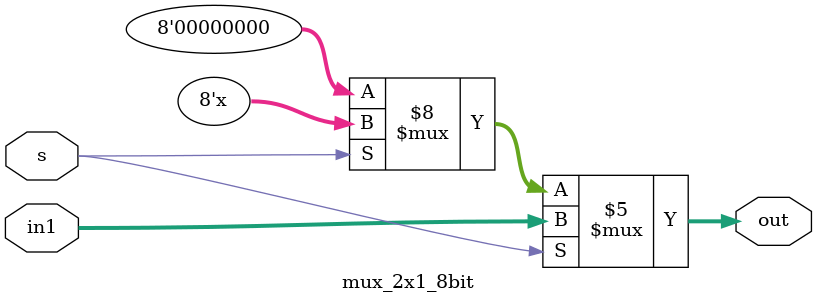
<source format=v>
module mux_2x1_8bit(
	input  	  [7:0] in1,
	input  		 	  s  ,
	output reg [7:0] out);
	
	always@(*)
		begin
			if(s == 0)
				out = 8'd0;
			if(s == 1)
				out = in1;
		end
	
endmodule
</source>
